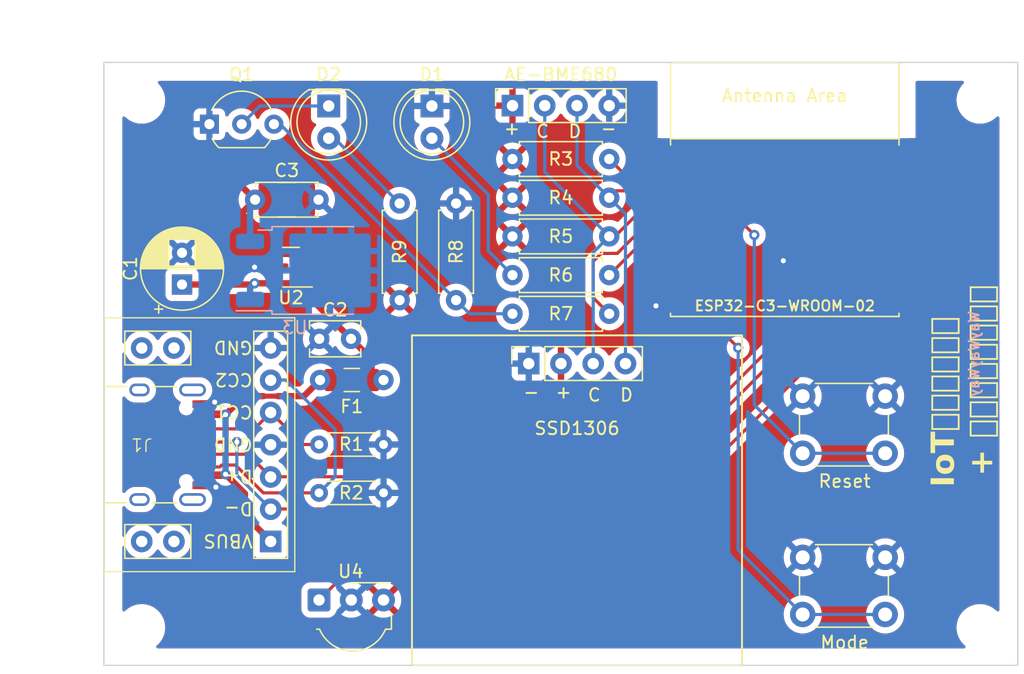
<source format=kicad_pcb>
(kicad_pcb (version 20221018) (generator pcbnew)
  (title_block (title "IoT環境メーター / スマートリモコン") (date "2024-03-02") (rev "2") (company "K.Takata"))
  (layers (0 "F.Cu" signal) (31 "B.Cu" signal) (34 "B.Paste" user) (35 "F.Paste" user) (36 "B.SilkS" user "B.Silkscreen") (37 "F.SilkS" user "F.Silkscreen") (38 "B.Mask" user) (39 "F.Mask" user) (44 "Edge.Cuts" user))
  (net 0 "")
  (net 1 "+5V")
  (net 2 "GND")
  (net 3 "+3.3V")
  (net 4 "Net-(D1-A)")
  (net 5 "Net-(F1-Pad1)")
  (net 6 "Net-(J1-CC1)")
  (net 7 "D+")
  (net 8 "D-")
  (net 10 "Net-(J1-CC2)")
  (net 12 "SCL")
  (net 13 "SDA")
  (net 14 "Net-(U1-GPIO7)")
  (net 15 "Net-(U1-GPIO9)")
  (net 16 "Net-(D2-K)")
  (net 18 "Net-(D2-A)")
  (net 25 "Net-(U1-EN{slash}CHIP_PU)")
  (net 27 "Net-(Q1-B)")
  (net 28 "IRout")
  (net 29 "IRin")
  (footprint "Resistor_THT:R_Axial_DIN0207_L6.3mm_D2.5mm_P7.62mm_Horizontal" (layer "F.Cu") (at 74.93 54.472 180)
    (fp_text reference "R7" (at 3.81 0) (layer "F.SilkS"))
    (fp_text value "680")
    (pad "1" thru_hole circle (at 0 0 180) (size 1.6 1.6) (drill 0.8) (layers "*.Cu" "*.Mask") (net 28 "IRout"))
    (pad "2" thru_hole oval (at 7.62 0 180) (size 1.6 1.6) (drill 0.8) (layers "*.Cu" "*.Mask") (net 27 "Net-(Q1-B)"))
  )
  (footprint "PCM_Espressif:ESP32-C3-WROOM-02" (layer "F.Cu") (at 88.76 47.683)
    (fp_text reference "U1" hide)
    (fp_text value "ESP32-C3-WROOM-02" (at 0 6.165) (layer "F.SilkS") (effects (font (size 0.8 0.8))))
    (fp_text user "Antenna Area" (at 0 -10.4) (layer "F.SilkS"))
    (pad "1" smd rect (at -8.75 -5.9) (size 1.5 0.9) (layers "F.Cu" "F.Paste" "F.Mask") (net 3 "+3.3V"))
    (pad "2" smd rect (at -8.75 -4.4) (size 1.5 0.9) (layers "F.Cu" "F.Paste" "F.Mask") (net 25 "Net-(U1-EN{slash}CHIP_PU)"))
    (pad "3" smd rect (at -8.75 -2.9) (size 1.5 0.9) (layers "F.Cu" "F.Paste" "F.Mask") (net 13 "SDA"))
    (pad "4" smd rect (at -8.75 -1.4) (size 1.5 0.9) (layers "F.Cu" "F.Paste" "F.Mask") (net 12 "SCL"))
    (pad "5" smd rect (at -8.75 0.1) (size 1.5 0.9) (layers "F.Cu" "F.Paste" "F.Mask") (net 28 "IRout"))
    (pad "6" smd rect (at -8.75 1.6) (size 1.5 0.9) (layers "F.Cu" "F.Paste" "F.Mask") (net 14 "Net-(U1-GPIO7)"))
    (pad "7" smd rect (at -8.75 3.1) (size 1.5 0.9) (layers "F.Cu" "F.Paste" "F.Mask"))
    (pad "8" smd rect (at -8.75 4.6) (size 1.5 0.9) (layers "F.Cu" "F.Paste" "F.Mask") (net 15 "Net-(U1-GPIO9)"))
    (pad "9" smd rect (at -8.75 6.1) (size 1.5 0.9) (layers "F.Cu" "F.Paste" "F.Mask") (net 2 "GND"))
    (pad "10" smd rect (at 8.75 6.1 180) (size 1.5 0.9) (layers "F.Cu" "F.Paste" "F.Mask") (net 29 "IRin"))
    (pad "11" smd rect (at 8.75 4.6 180) (size 1.5 0.9) (layers "F.Cu" "F.Paste" "F.Mask"))
    (pad "12" smd rect (at 8.75 3.1 180) (size 1.5 0.9) (layers "F.Cu" "F.Paste" "F.Mask"))
    (pad "13" smd rect (at 8.75 1.6 180) (size 1.5 0.9) (layers "F.Cu" "F.Paste" "F.Mask") (net 8 "D-"))
    (pad "14" smd rect (at 8.75 0.1 180) (size 1.5 0.9) (layers "F.Cu" "F.Paste" "F.Mask") (net 7 "D+"))
    (pad "15" smd rect (at 8.75 -1.4 180) (size 1.5 0.9) (layers "F.Cu" "F.Paste" "F.Mask"))
    (pad "16" smd rect (at 8.75 -2.9 180) (size 1.5 0.9) (layers "F.Cu" "F.Paste" "F.Mask"))
    (pad "17" smd rect (at 8.75 -4.4 180) (size 1.5 0.9) (layers "F.Cu" "F.Paste" "F.Mask"))
    (pad "18" smd rect (at 8.75 -5.9 180) (size 1.5 0.9) (layers "F.Cu" "F.Paste" "F.Mask"))
    (pad "19" smd rect (at -0.14 -0.8 180) (size 0.7 0.7) (layers "F.Cu" "F.Paste" "F.Mask") (net 2 "GND"))
    (pad "19" smd rect (at -0.14 0.3 180) (size 0.7 0.7) (layers "F.Cu" "F.Paste" "F.Mask") (net 2 "GND"))
    (pad "19" smd rect (at -0.14 1.4 180) (size 0.7 0.7) (layers "F.Cu" "F.Paste" "F.Mask") (net 2 "GND"))
    (pad "19" smd rect (at 0.91 -0.8 180) (size 0.7 0.7) (layers "F.Cu" "F.Paste" "F.Mask") (net 2 "GND"))
    (pad "19" smd rect (at 0.91 0.3 180) (size 0.7 0.7) (layers "F.Cu" "F.Paste" "F.Mask") (net 2 "GND"))
    (pad "19" smd rect (at 0.91 1.4 180) (size 0.7 0.7) (layers "F.Cu" "F.Paste" "F.Mask") (net 2 "GND"))
    (pad "19" smd rect (at 2.06 -0.8 180) (size 0.7 0.7) (layers "F.Cu" "F.Paste" "F.Mask") (net 2 "GND"))
    (pad "19" smd rect (at 2.06 0.3 180) (size 0.7 0.7) (layers "F.Cu" "F.Paste" "F.Mask") (net 2 "GND"))
    (pad "19" smd rect (at 2.06 1.4 180) (size 0.7 0.7) (layers "F.Cu" "F.Paste" "F.Mask") (net 2 "GND"))
    (zone (net 0) (net_name "") (layers "*.Cu") (name "antenna keepout") (connect_pads (clearance 0)) (min_thickness 0.254)
      (keepout (tracks not_allowed) (vias not_allowed) (pads not_allowed) (copperpour not_allowed) (footprints not_allowed))
      (fill (thermal_gap 0.508) (thermal_bridge_width 0.508))
      (polygon (pts (xy 97.76 40.683) (xy 79.76 40.683) (xy 79.76 34.683) (xy 97.76 34.683)))
    )
  )
  (footprint "Capacitor_THT:C_Disc_D4.3mm_W1.9mm_P5.00mm" (layer "F.Cu") (at 52.15 59.69)
    (fp_text reference "F2" hide)
    (fp_text value "Polyfuse")
    (pad "1" thru_hole circle (at 0 0) (size 1.6 1.6) (drill 0.8) (layers "*.Cu" "*.Mask") (net 5 "Net-(F1-Pad1)"))
    (pad "2" thru_hole circle (at 5 0) (size 1.6 1.6) (drill 0.8) (layers "*.Cu" "*.Mask") (net 1 "+5V"))
  )
  (footprint "MountingHole:MountingHole_3.2mm_M3" (layer "F.Cu") (at 104.14 79.19)
    (fp_text reference "H4" hide)
    (fp_text value "MountingHole" hide)
    (pad "" np_thru_hole circle (at 0 0) (size 3.2 3.2) (drill 3.2) (layers "*.Cu" "*.Mask"))
  )
  (footprint "Resistor_THT:R_Axial_DIN0207_L6.3mm_D2.5mm_P7.62mm_Horizontal" (layer "F.Cu") (at 62.865 53.398 90)
    (fp_text reference "R8" (at 3.81 0 90) (layer "F.SilkS"))
    (fp_text value "4.7k")
    (pad "1" thru_hole circle (at 0 0 90) (size 1.6 1.6) (drill 0.8) (layers "*.Cu" "*.Mask") (net 27 "Net-(Q1-B)"))
    (pad "2" thru_hole oval (at 7.62 0 90) (size 1.6 1.6) (drill 0.8) (layers "*.Cu" "*.Mask") (net 2 "GND"))
  )
  (footprint "Fuse:Fuse_1206_3216Metric_Pad1.42x1.75mm_HandSolder" (layer "F.Cu") (at 54.65 59.69)
    (fp_text reference "F1" (at 0 2.09) (layer "F.SilkS"))
    (fp_text value "Polyfuse_Small")
    (pad "1" smd roundrect (at -1.4875 0) (size 1.425 1.75) (layers "F.Cu" "F.Paste" "F.Mask") (roundrect_rratio 0.1754392982) (net 5 "Net-(F1-Pad1)"))
    (pad "2" smd roundrect (at 1.4875 0) (size 1.425 1.75) (layers "F.Cu" "F.Paste" "F.Mask") (roundrect_rratio 0.1754392982) (net 1 "+5V"))
  )
  (footprint "MountingHole:MountingHole_3.2mm_M3" (layer "F.Cu") (at 104.14 37.65)
    (fp_text reference "H2" hide)
    (fp_text value "MountingHole" hide)
    (pad "" np_thru_hole circle (at 0 0) (size 3.2 3.2) (drill 3.2) (layers "*.Cu" "*.Mask"))
  )
  (footprint "Resistor_THT:R_Axial_DIN0207_L6.3mm_D2.5mm_P7.62mm_Horizontal" (layer "F.Cu") (at 58.42 53.398 90)
    (fp_text reference "R9" (at 3.81 0 90) (layer "F.SilkS"))
    (fp_text value "5.1")
    (pad "1" thru_hole circle (at 0 0 90) (size 1.6 1.6) (drill 0.8) (layers "*.Cu" "*.Mask") (net 3 "+3.3V"))
    (pad "2" thru_hole oval (at 7.62 0 90) (size 1.6 1.6) (drill 0.8) (layers "*.Cu" "*.Mask") (net 18 "Net-(D2-A)"))
  )
  (footprint "Button_Switch_THT:SW_PUSH_6mm" (layer "F.Cu") (at 90.17 60.96)
    (fp_text reference "SW1" hide)
    (fp_text value "Reset" (at 3.302 6.7) (layer "F.SilkS"))
    (pad "1" thru_hole circle (at 0 0 90) (size 2 2) (drill 1.1) (layers "*.Cu" "*.Mask") (net 2 "GND"))
    (pad "1" thru_hole circle (at 6.5 0 90) (size 2 2) (drill 1.1) (layers "*.Cu" "*.Mask") (net 2 "GND"))
    (pad "2" thru_hole circle (at 0 4.5 90) (size 2 2) (drill 1.1) (layers "*.Cu" "*.Mask") (net 25 "Net-(U1-EN{slash}CHIP_PU)"))
    (pad "2" thru_hole circle (at 6.5 4.5 90) (size 2 2) (drill 1.1) (layers "*.Cu" "*.Mask") (net 25 "Net-(U1-EN{slash}CHIP_PU)"))
  )
  (footprint "mylib:Connector_USB_C_simple_combo" (layer "F.Cu") (at 48.26 72.408 180)
    (fp_text reference "J1" (at 10.16 7.62 180 unlocked) (layer "F.SilkS") (effects (font (thickness 0.1))))
    (fp_text value "USB_C_Receptacle_USB2.0_16P")
    (fp_text user "GND" (at 1.33 15.875 180 unlocked) (layer "F.SilkS") (effects (justify left bottom)))
    (fp_text user "CC2" (at 1.33 13.335 180 unlocked) (layer "F.SilkS") (effects (justify left bottom)))
    (fp_text user "GND" (at 1.33 8.255 180 unlocked) (layer "F.SilkS") (effects (justify left bottom)))
    (fp_text user "D+" (at 1.33 5.715 180 unlocked) (layer "F.SilkS") (effects (justify left bottom)))
    (fp_text user "D-" (at 1.33 3.175 180 unlocked) (layer "F.SilkS") (effects (justify left bottom)))
    (fp_text user "VBUS" (at 1.33 0.635 180 unlocked) (layer "F.SilkS") (effects (justify left bottom)))
    (fp_text user "CC1" (at 1.33 10.795 180 unlocked) (layer "F.SilkS") (effects (justify left bottom)))
    (pad "" np_thru_hole circle (at 6.6545 4.73 270) (size 0.65 0.65) (drill 0.65) (layers "F&B.Cu" "*.Mask"))
    (pad "" np_thru_hole circle (at 6.6545 10.51 270) (size 0.65 0.65) (drill 0.65) (layers "F&B.Cu" "*.Mask"))
    (pad "" thru_hole oval (at 7.62 0 90) (size 1.7 1.7) (drill 0.9) (layers "*.Cu" "*.Mask"))
    (pad "" thru_hole oval (at 7.62 15.24 90) (size 1.7 1.7) (drill 0.9) (layers "*.Cu" "*.Mask"))
    (pad "" thru_hole oval (at 10.16 0 90) (size 1.7 1.7) (drill 0.9) (layers "*.Cu" "*.Mask"))
    (pad "" thru_hole oval (at 10.16 15.24 90) (size 1.7 1.7) (drill 0.9) (layers "*.Cu" "*.Mask"))
    (pad "A1" thru_hole oval (at 0 7.62 180) (size 1.7 1.7) (drill 0.9) (layers "*.Cu" "*.Mask") (net 2 "GND"))
    (pad "A1" smd rect (at 5.5895 10.97 270) (size 0.3 1.15) (layers "F.Cu" "F.Paste" "F.Mask") (net 2 "GND"))
    (pad "A4" thru_hole rect (at 0 0 180) (size 1.7 1.7) (drill 0.9) (layers "*.Cu" "*.Mask") (net 5 "Net-(F1-Pad1)"))
    (pad "A4" smd rect (at 5.5895 10.17 270) (size 0.3 1.15) (layers "F.Cu" "F.Paste" "F.Mask") (net 5 "Net-(F1-Pad1)"))
    (pad "A5" thru_hole oval (at 0 10.16 180) (size 1.7 1.7) (drill 0.9) (layers "*.Cu" "*.Mask") (net 6 "Net-(J1-CC1)"))
    (pad "A5" smd rect (at 5.5895 8.87 270) (size 0.3 1.15) (layers "F.Cu" "F.Paste" "F.Mask") (net 6 "Net-(J1-CC1)"))
    (pad "A6" thru_hole oval (at 0 5.08 180) (size 1.7 1.7) (drill 0.9) (layers "*.Cu" "*.Mask") (net 7 "D+"))
    (pad "A6" smd rect (at 5.5895 7.87 270) (size 0.3 1.15) (layers "F.Cu" "F.Paste" "F.Mask") (net 7 "D+"))
    (pad "A7" thru_hole oval (at 0 2.54 180) (size 1.7 1.7) (drill 0.9) (layers "*.Cu" "*.Mask") (net 8 "D-"))
    (pad "A7" smd rect (at 5.5895 7.37 270) (size 0.3 1.15) (layers "F.Cu" "F.Paste" "F.Mask") (net 8 "D-"))
    (pad "A8" smd rect (at 5.5895 6.37 270) (size 0.3 1.15) (layers "F.Cu" "F.Paste" "F.Mask"))
    (pad "A9" smd rect (at 5.5895 5.07 270) (size 0.3 1.15) (layers "F.Cu" "F.Paste" "F.Mask") (net 5 "Net-(F1-Pad1)"))
    (pad "A12" thru_hole oval (at 0 15.24 180) (size 1.7 1.7) (drill 0.9) (layers "*.Cu" "*.Mask") (net 2 "GND"))
    (pad "A12" smd rect (at 5.5895 4.27 270) (size 0.3 1.15) (layers "F.Cu" "F.Paste" "F.Mask") (net 2 "GND"))
    (pad "B1" smd rect (at 5.5895 4.57 270) (size 0.3 1.15) (layers "F.Cu" "F.Paste" "F.Mask") (net 2 "GND"))
    (pad "B4" smd rect (at 5.5895 5.37 270) (size 0.3 1.15) (layers "F.Cu" "F.Paste" "F.Mask") (net 5 "Net-(F1-Pad1)"))
    (pad "B5" thru_hole oval (at 0 12.7 180) (size 1.7 1.7) (drill 0.9) (layers "*.Cu" "*.Mask") (net 10 "Net-(J1-CC2)"))
    (pad "B5" smd rect (at 5.5895 5.87 270) (size 0.3 1.15) (layers "F.Cu" "F.Paste" "F.Mask") (net 10 "Net-(J1-CC2)"))
    (pad "B6" smd rect (at 5.5895 6.87 270) (size 0.3 1.15) (layers "F.Cu" "F.Paste" "F.Mask") (net 7 "D+"))
    (pad "B7" smd rect (at 5.5895 8.37 270) (size 0.3 1.15) (layers "F.Cu" "F.Paste" "F.Mask") (net 8 "D-"))
    (pad "B8" smd rect (at 5.5895 9.37 270) (size 0.3 1.15) (layers "F.Cu" "F.Paste" "F.Mask"))
    (pad "B9" smd rect (at 5.5895 9.87 270) (size 0.3 1.15) (layers "F.Cu" "F.Paste" "F.Mask") (net 5 "Net-(F1-Pad1)"))
    (pad "B12" smd rect (at 5.5895 10.67 270) (size 0.3 1.15) (layers "F.Cu" "F.Paste" "F.Mask") (net 2 "GND"))
    (pad "S1" thru_hole oval (at 6.1545 3.3 270) (size 1 2.1) (drill oval 0.6 1.7) (layers "*.Cu" "*.Mask"))
    (pad "S1" thru_hole oval (at 6.1545 11.94 270) (size 1 2.1) (drill oval 0.6 1.7) (layers "*.Cu" "*.Mask"))
    (pad "S1" thru_hole oval (at 10.3345 3.3 270) (size 1 1.6) (drill oval 0.6 1.2) (layers "*.Cu" "*.Mask"))
    (pad "S1" thru_hole oval (at 10.3345 11.94 270) (size 1 1.6) (drill oval 0.6 1.2) (layers "*.Cu" "*.Mask"))
  )
  (footprint "Connector_PinSocket_2.54mm:PinSocket_1x04_P2.54mm_Vertical" (layer "F.Cu") (at 67.31 38.075 90)
    (fp_text reference "J3" hide)
    (fp_text value "AE-BME680" (at 2.457 3.8 180) (layer "F.SilkS"))
    (pad "1" thru_hole rect (at 0 0 90) (size 1.7 1.7) (drill 0.9) (layers "*.Cu" "*.Mask") (net 3 "+3.3V"))
    (pad "2" thru_hole oval (at 0 2.54 90) (size 1.7 1.7) (drill 0.9) (layers "*.Cu" "*.Mask") (net 12 "SCL"))
    (pad "3" thru_hole oval (at 0 5.08 90) (size 1.7 1.7) (drill 0.9) (layers "*.Cu" "*.Mask") (net 13 "SDA"))
    (pad "4" thru_hole oval (at 0 7.62 90) (size 1.7 1.7) (drill 0.9) (layers "*.Cu" "*.Mask") (net 2 "GND"))
  )
  (footprint "Capacitor_THT:CP_Radial_D6.3mm_P2.50mm" (layer "F.Cu") (at 41.275 52.16738 90)
    (fp_text reference "C1" (at 1.25 -4.064 90) (layer "F.SilkS"))
    (fp_text value "100μ")
    (pad "1" thru_hole rect (at 0 0 90) (size 1.6 1.6) (drill 0.8) (layers "*.Cu" "*.Mask") (net 1 "+5V"))
    (pad "2" thru_hole circle (at 2.5 0 90) (size 1.6 1.6) (drill 0.8) (layers "*.Cu" "*.Mask") (net 2 "GND"))
  )
  (footprint "Button_Switch_THT:SW_PUSH_6mm" (layer "F.Cu") (at 90.17 73.66)
    (fp_text reference "SW2" hide)
    (fp_text value "Mode" (at 3.302 6.7) (layer "F.SilkS"))
    (pad "1" thru_hole circle (at 0 0 90) (size 2 2) (drill 1.1) (layers "*.Cu" "*.Mask") (net 2 "GND"))
    (pad "1" thru_hole circle (at 6.5 0 90) (size 2 2) (drill 1.1) (layers "*.Cu" "*.Mask") (net 2 "GND"))
    (pad "2" thru_hole circle (at 0 4.5 90) (size 2 2) (drill 1.1) (layers "*.Cu" "*.Mask") (net 15 "Net-(U1-GPIO9)"))
    (pad "2" thru_hole circle (at 6.5 4.5 90) (size 2 2) (drill 1.1) (layers "*.Cu" "*.Mask") (net 15 "Net-(U1-GPIO9)"))
  )
  (footprint "Resistor_THT:R_Axial_DIN0204_L3.6mm_D1.6mm_P5.08mm_Horizontal" (layer "F.Cu") (at 52.07 64.77)
    (fp_text reference "R1" (at 2.54 -0.025) (layer "F.SilkS"))
    (fp_text value "5.1k")
    (pad "1" thru_hole circle (at 0 0) (size 1.4 1.4) (drill 0.7) (layers "*.Cu" "*.Mask") (net 6 "Net-(J1-CC1)"))
    (pad "2" thru_hole oval (at 5.08 0) (size 1.4 1.4) (drill 0.7) (layers "*.Cu" "*.Mask") (net 2 "GND"))
  )
  (footprint "LED_THT:LED_D5.0mm_IRGrey" (layer "F.Cu") (at 52.832 38.1 -90)
    (fp_text reference "D2" (at -2.482 0 -180) (layer "F.SilkS"))
    (fp_text value "LED")
    (pad "1" thru_hole rect (at 0 0 270) (size 1.8 1.8) (drill 0.9) (layers "*.Cu" "*.Mask") (net 16 "Net-(D2-K)"))
    (pad "2" thru_hole circle (at 2.54 0 270) (size 1.8 1.8) (drill 0.9) (layers "*.Cu" "*.Mask") (net 18 "Net-(D2-A)"))
  )
  (footprint "LED_THT:LED_D5.0mm" (layer "F.Cu") (at 60.96 38.1 -90)
    (fp_text reference "D1" (at -2.482 0 -180) (layer "F.SilkS"))
    (fp_text value "LED")
    (pad "1" thru_hole rect (at 0 0 270) (size 1.8 1.8) (drill 0.9) (layers "*.Cu" "*.Mask") (net 2 "GND"))
    (pad "2" thru_hole circle (at 2.54 0 270) (size 1.8 1.8) (drill 0.9) (layers "*.Cu" "*.Mask") (net 4 "Net-(D1-A)"))
  )
  (footprint "Resistor_THT:R_Axial_DIN0204_L3.6mm_D1.6mm_P5.08mm_Horizontal" (layer "F.Cu") (at 52.07 68.58)
    (fp_text reference "R2" (at 2.54 0) (layer "F.SilkS"))
    (fp_text value "5.1k")
    (pad "1" thru_hole circle (at 0 0) (size 1.4 1.4) (drill 0.7) (layers "*.Cu" "*.Mask") (net 10 "Net-(J1-CC2)"))
    (pad "2" thru_hole oval (at 5.08 0) (size 1.4 1.4) (drill 0.7) (layers "*.Cu" "*.Mask") (net 2 "GND"))
  )
  (footprint "Capacitor_THT:C_Disc_D3.8mm_W2.6mm_P2.50mm" (layer "F.Cu") (at 54.59 56.446 180)
    (fp_text reference "C2" (at 1.25 2.286) (layer "F.SilkS"))
    (fp_text value "1μ")
    (pad "1" thru_hole circle (at 0 0 180) (size 1.6 1.6) (drill 0.8) (layers "*.Cu" "*.Mask") (net 1 "+5V"))
    (pad "2" thru_hole circle (at 2.5 0 180) (size 1.6 1.6) (drill 0.8) (layers "*.Cu" "*.Mask") (net 2 "GND"))
  )
  (footprint "Resistor_THT:R_Axial_DIN0207_L6.3mm_D2.5mm_P7.62mm_Horizontal" (layer "F.Cu") (at 74.93 51.424 180)
    (fp_text reference "R6" (at 3.81 0) (layer "F.SilkS"))
    (fp_text value "10k")
    (pad "1" thru_hole circle (at 0 0 180) (size 1.6 1.6) (drill 0.8) (layers "*.Cu" "*.Mask") (net 14 "Net-(U1-GPIO7)"))
    (pad "2" thru_hole oval (at 7.62 0 180) (size 1.6 1.6) (drill 0.8) (layers "*.Cu" "*.Mask") (net 4 "Net-(D1-A)"))
  )
  (footprint "OptoDevice:Vishay_MOLD-3Pin" (layer "F.Cu") (at 52.07 77.02)
    (fp_text reference "U4" (at 2.5 -2.25 180) (layer "F.SilkS"))
    (fp_text value "OSRB38C9AA")
    (pad "1" thru_hole roundrect (at 0 0) (size 1.8 1.8) (drill 0.9) (layers "*.Cu" "*.Mask") (roundrect_rratio 0.138) (net 29 "IRin"))
    (pad "2" thru_hole circle (at 2.54 0) (size 1.8 1.8) (drill 0.9) (layers "*.Cu" "*.Mask") (net 2 "GND"))
    (pad "3" thru_hole circle (at 5.08 0) (size 1.8 1.8) (drill 0.9) (layers "*.Cu" "*.Mask") (net 3 "+3.3V"))
  )
  (footprint "Connector_PinSocket_2.54mm:PinSocket_1x04_P2.54mm_Vertical" (layer "F.Cu") (at 68.59 58.395 90)
    (fp_text reference "J4" hide)
    (fp_text value "SSD1306" (at -5.105 3.8 180) (layer "F.SilkS"))
    (pad "1" thru_hole rect (at 0 0 90) (size 1.7 1.7) (drill 0.9) (layers "*.Cu" "*.Mask") (net 2 "GND"))
    (pad "2" thru_hole oval (at 0 2.54 90) (size 1.7 1.7) (drill 0.9) (layers "*.Cu" "*.Mask") (net 3 "+3.3V"))
    (pad "3" thru_hole oval (at 0 5.08 90) (size 1.7 1.7) (drill 0.9) (layers "*.Cu" "*.Mask") (net 12 "SCL"))
    (pad "4" thru_hole oval (at 0 7.62 90) (size 1.7 1.7) (drill 0.9) (layers "*.Cu" "*.Mask") (net 13 "SDA"))
  )
  (footprint "MountingHole:MountingHole_3.2mm_M3" (layer "F.Cu") (at 38.1 37.65)
    (fp_text reference "H1" hide)
    (fp_text value "MountingHole" hide)
    (pad "" np_thru_hole circle (at 0 0) (size 3.2 3.2) (drill 3.2) (layers "*.Cu" "*.Mask"))
  )
  (footprint "Resistor_THT:R_Axial_DIN0207_L6.3mm_D2.5mm_P7.62mm_Horizontal" (layer "F.Cu") (at 67.31 45.328)
    (fp_text reference "R4" (at 3.81 0) (layer "F.SilkS"))
    (fp_text value "10k")
    (pad "1" thru_hole circle (at 0 0) (size 1.6 1.6) (drill 0.8) (layers "*.Cu" "*.Mask") (net 3 "+3.3V"))
    (pad "2" thru_hole oval (at 7.62 0) (size 1.6 1.6) (drill 0.8) (layers "*.Cu" "*.Mask") (net 13 "SDA"))
  )
  (footprint "MountingHole:MountingHole_3.2mm_M3" (layer "F.Cu") (at 38.1 79.19)
    (fp_text reference "H3" hide)
    (fp_text value "MountingHole" hide)
    (pad "" np_thru_hole circle (at 0 0) (size 3.2 3.2) (drill 3.2) (layers "*.Cu" "*.Mask"))
  )
  (footprint "Capacitor_THT:C_Disc_D4.7mm_W2.5mm_P5.00mm" (layer "F.Cu") (at 47.03 45.484)
    (fp_text reference "C4" hide)
    (fp_text value "10μ")
    (pad "1" thru_hole circle (at 0 0) (size 1.6 1.6) (drill 0.8) (layers "*.Cu" "*.Mask") (net 3 "+3.3V"))
    (pad "2" thru_hole circle (at 5 0) (size 1.6 1.6) (drill 0.8) (layers "*.Cu" "*.Mask") (net 2 "GND"))
  )
  (footprint "Package_TO_SOT_THT:TO-92_Inline_Wide" (layer "F.Cu") (at 43.434 39.534)
    (fp_text reference "Q1" (at 2.54 -3.916) (layer "F.SilkS"))
    (fp_text value "2SC2001")
    (pad "1" thru_hole rect (at 0 0) (size 1.5 1.5) (drill 0.8) (layers "*.Cu" "*.Mask") (net 2 "GND"))
    (pad "2" thru_hole circle (at 2.54 0) (size 1.5 1.5) (drill 0.8) (layers "*.Cu" "*.Mask") (net 16 "Net-(D2-K)"))
    (pad "3" thru_hole circle (at 5.08 0) (size 1.5 1.5) (drill 0.8) (layers "*.Cu" "*.Mask") (net 27 "Net-(Q1-B)"))
  )
  (footprint "Package_TO_SOT_SMD:SOT-23" (layer "F.Cu") (at 49.8625 50.8 180)
    (fp_text reference "U2" (at 0 -2.4) (layer "F.SilkS"))
    (fp_text value "AP7333-33SAG")
    (pad "1" smd roundrect (at -0.9375 -0.95 180) (size 1.475 0.6) (layers "F.Cu" "F.Paste" "F.Mask") (net 1 "+5V"))
    (pad "2" smd roundrect (at -0.9375 0.95 180) (size 1.475 0.6) (layers "F.Cu" "F.Paste" "F.Mask") (net 3 "+3.3V"))
    (pad "3" smd roundrect (at 0.9375 0 180) (size 1.475 0.6) (layers "F.Cu" "F.Paste" "F.Mask") (net 2 "GND"))
  )
  (footprint "Resistor_THT:R_Axial_DIN0207_L6.3mm_D2.5mm_P7.62mm_Horizontal" (layer "F.Cu") (at 67.31 48.376)
    (fp_text reference "R5" (at 3.81 0) (layer "F.SilkS"))
    (fp_text value "10k")
    (pad "1" thru_hole circle (at 0 0) (size 1.6 1.6) (drill 0.8) (layers "*.Cu" "*.Mask") (net 3 "+3.3V"))
    (pad "2" thru_hole oval (at 7.62 0) (size 1.6 1.6) (drill 0.8) (layers "*.Cu" "*.Mask") (net 12 "SCL"))
  )
  (footprint "Capacitor_SMD:C_1210_3225Metric_Pad1.33x2.70mm_HandSolder" (layer "F.Cu") (at 49.53 45.484)
    (fp_text reference "C3" (at 0 -2.3) (layer "F.SilkS"))
    (fp_text value "10μ")
    (pad "1" smd roundrect (at -1.5625 0) (size 1.325 2.7) (layers "F.Cu" "F.Paste" "F.Mask") (roundrect_rratio 0.1886792453) (net 3 "+3.3V"))
    (pad "2" smd roundrect (at 1.5625 0) (size 1.325 2.7) (layers "F.Cu" "F.Paste" "F.Mask") (roundrect_rratio 0.1886792453) (net 2 "GND"))
  )
  (footprint "Resistor_THT:R_Axial_DIN0207_L6.3mm_D2.5mm_P7.62mm_Horizontal" (layer "F.Cu") (at 67.31 42.28)
    (fp_text reference "R3" (at 3.81 0) (layer "F.SilkS"))
    (fp_text value "10k")
    (pad "1" thru_hole circle (at 0 0) (size 1.6 1.6) (drill 0.8) (layers "*.Cu" "*.Mask") (net 3 "+3.3V"))
    (pad "2" thru_hole oval (at 7.62 0) (size 1.6 1.6) (drill 0.8) (layers "*.Cu" "*.Mask") (net 25 "Net-(U1-EN{slash}CHIP_PU)"))
  )
  (footprint "Package_TO_SOT_SMD:TO-252-2" (layer "B.Cu") (at 51.675 51.055)
    (fp_text reference "U3" (at -1.51 4.5) (layer "B.SilkS") (effects (justify mirror)))
    (fp_text value "NJM2845DL1-33")
    (pad "1" smd roundrect (at -5.04 2.28) (size 2.2 1.2) (layers "B.Cu" "B.Paste" "B.Mask") (roundrect_rratio 0.2083333333) (net 1 "+5V"))
    (pad "2" smd roundrect (at -0.415 -1.525) (size 3.05 2.75) (layers "B.Cu" "B.Paste") (roundrect_rratio 0.09090909091) (net 2 "GND"))
    (pad "2" smd roundrect (at -0.415 1.525) (size 3.05 2.75) (layers "B.Cu" "B.Paste") (roundrect_rratio 0.09090909091) (net 2 "GND"))
    (pad "2" smd roundrect (at 1.26 0) (size 6.4 5.8) (layers "B.Cu" "B.Mask") (roundrect_rratio 0.04310293103) (net 2 "GND"))
    (pad "2" smd roundrect (at 2.935 -1.525) (size 3.05 2.75) (layers "B.Cu" "B.Paste") (roundrect_rratio 0.09090909091) (net 2 "GND"))
    (pad "2" smd roundrect (at 2.935 1.525) (size 3.05 2.75) (layers "B.Cu" "B.Paste") (roundrect_rratio 0.09090909091) (net 2 "GND"))
    (pad "3" smd roundrect (at -5.04 -2.28) (size 2.2 1.2) (layers "B.Cu" "B.Paste" "B.Mask") (roundrect_rratio 0.2083333333) (net 3 "+3.3V"))
  )
  (gr_rect (start 59.39 56.17) (end 85.39 82.17) (stroke (width 0.15)) (fill none) (layer "F.SilkS"))
  (gr_rect (start 35.12 34.67) (end 107.12 82.17) (stroke (width 0.1)) (fill none) (layer "Edge.Cuts"))
  (gr_text "WayWayWay" (at 104.14 54.16 90) (layer "B.SilkS") (effects (font (size 0.8 0.8)) (justify left bottom mirror)))
  (gr_text "-" (at 68.072 60.198 180) (layer "F.SilkS") (effects (font (size 1 1)) (justify left bottom mirror)))
  (gr_text "C" (at 69.088 39.428 180) (layer "F.SilkS") (effects (font (size 1 1)) (justify left bottom mirror)))
  (gr_text "+" (at 70.612 60.198 180) (layer "F.SilkS") (effects (font (size 1 1)) (justify left bottom mirror)))
  (gr_text "D" (at 75.692 60.198 180) (layer "F.SilkS") (effects (font (size 1 1)) (justify left bottom mirror)))
  (gr_text "+" (at 66.548 39.428 180) (layer "F.SilkS") (effects (font (size 1 1)) (justify left bottom mirror)))
  (gr_text "-" (at 74.168 39.428 180) (layer "F.SilkS") (effects (font (size 1 1)) (justify left bottom mirror)))
  (gr_text "IoT環境メーター\n + スマートリモコン" (at 105.41 68.13 90) (layer "F.SilkS") (effects (font (size 1.8 1.8) (thickness 0.36) bold) (justify left bottom)))
  (gr_text "D" (at 71.628 39.428 180) (layer "F.SilkS") (effects (font (size 1 1)) (justify left bottom mirror)))
  (gr_text "C" (at 73.152 60.198 180) (layer "F.SilkS") (effects (font (size 1 1)) (justify left bottom mirror)))
  (segment (start 54.59 56.446) (end 54.61 56.426) (width 0.5) (layer "F.Cu") (net 1))
  (segment (start 50.48 52.07) (end 50.8 51.75) (width 0.5) (layer "F.Cu") (net 1))
  (segment (start 50.8 51.75) (end 50.5 52.05) (width 0.25) (layer "F.Cu") (net 1))
  (segment (start 46.99 52.07) (end 46.89262 52.16738) (width 0.5) (layer "F.Cu") (net 1))
  (segment (start 56.2125 59.69) (end 56.2125 58.0685) (width 0.5) (layer "F.Cu") (net 1))
  (segment (start 46.99 52.07) (end 50.48 52.07) (width 0.5) (layer "F.Cu") (net 1))
  (segment (start 46.89262 52.16738) (end 41.275 52.16738) (width 0.5) (layer "F.Cu") (net 1))
  (segment (start 50.8 52.656) (end 50.8 51.75) (width 0.5) (layer "F.Cu") (net 1))
  (segment (start 56.2125 58.0685) (end 54.59 56.446) (width 0.5) (layer "F.Cu") (net 1))
  (segment (start 54.59 56.446) (end 50.8 52.656) (width 0.5) (layer "F.Cu") (net 1))
  (via (at 46.99 52.07) (size 0.8) (drill 0.4) (layers "F.Cu" "B.Cu") (net 1))
  (segment (start 46.635 53.335) (end 46.635 52.425) (width 0.5) (layer "B.Cu") (net 1))
  (segment (start 46.635 52.425) (end 46.99 52.07) (width 0.5) (layer "B.Cu") (net 1))
  (segment (start 48.925 50.8) (end 46.99 50.8) (width 0.5) (layer "F.Cu") (net 2))
  (segment (start 88.62 46.883) (end 88.62 49.083) (width 0.25) (layer "F.Cu") (net 2))
  (segment (start 90.82 46.883) (end 90.82 49.083) (width 0.25) (layer "F.Cu") (net 2))
  (segment (start 42.6705 61.738) (end 43.542 61.738) (width 0.3) (layer "F.Cu") (net 2))
  (segment (start 88.62 46.883) (end 90.82 46.883) (width 0.25) (layer "F.Cu") (net 2))
  (segment (start 42.6705 68.138) (end 43.934 68.138) (width 0.3) (layer "F.Cu") (net 2))
  (segment (start 88.62 50.266) (end 88.646 50.292) (width 0.25) (layer "F.Cu") (net 2))
  (segment (start 88.62 47.983) (end 90.82 47.983) (width 0.25) (layer "F.Cu") (net 2))
  (segment (start 78.678 53.783) (end 78.613 53.848) (width 0.25) (layer "F.Cu") (net 2))
  (segment (start 42.6705 61.438) (end 43.842 61.438) (width 0.3) (layer "F.Cu") (net 2))
  (segment (start 88.62 49.083) (end 90.82 49.083) (width 0.25) (layer "F.Cu") (net 2))
  (segment (start 80.01 53.783) (end 78.678 53.783) (width 0.5) (layer "F.Cu") (net 2))
  (segment (start 88.62 49.083) (end 88.62 50.266) (width 0.25) (layer "F.Cu") (net 2))
  (segment (start 42.6705 67.838) (end 43.65 67.838) (width 0.3) (layer "F.Cu") (net 2))
  (segment (start 89.67 46.883) (end 89.67 49.083) (width 0.25) (layer "F.Cu") (net 2))
  (via (at 46.99 50.8) (size 0.8) (drill 0.4) (layers "F.Cu" "B.Cu") (net 2))
  (via (at 43.942 68.13) (size 0.8) (drill 0.4) (layers "F.Cu" "B.Cu") (net 2))
  (via (at 88.646 50.292) (size 0.8) (drill 0.4) (layers "F.Cu" "B.Cu") (net 2))
  (via (at 43.848 61.432) (size 0.8) (drill 0.4) (layers "F.Cu" "B.Cu") (net 2))
  (via (at 78.613 53.848) (size 0.8) (drill 0.4) (layers "F.Cu" "B.Cu") (net 2))
  (segment (start 100.33 64.62) (end 100.33 70.035) (width 0.25) (layer "B.Cu") (net 2))
  (segment (start 81.28 51.181) (end 78.613 53.848) (width 0.25) (layer "B.Cu") (net 2))
  (segment (start 43.13238 47.81) (end 43.18 47.81) (width 0.25) (layer "B.Cu") (net 2))
  (segment (start 57.15 71.12) (end 50.8 71.12) (width 0.25) (layer "B.Cu") (net 2))
  (segment (start 52.03 45.484) (end 52.935 46.389) (width 0.25) (layer "B.Cu") (net 2))
  (segment (start 88.646 50.292) (end 88.646 59.436) (width 0.25) (layer "B.Cu") (net 2))
  (segment (start 57.15 38.92) (end 57.97 38.1) (width 0.25) (layer "B.Cu") (net 2))
  (segment (start 75.75 40.19) (end 81.28 45.72) (width 0.25) (layer "B.Cu") (net 2))
  (segment (start 57.15 41.46) (end 57.15 38.92) (width 0.25) (layer "B.Cu") (net 2))
  (segment (start 44.45 36.38) (end 43.434 37.396) (width 0.25) (layer "B.Cu") (net 2))
  (segment (start 41.275 49.66738) (end 43.13238 47.81) (width 0.25) (layer "B.Cu") (net 2))
  (segment (start 66.04 58.42) (end 66.04 58.395) (width 0.25) (layer "B.Cu") (net 2))
  (segment (start 86.36 45.72) (end 88.646 48.006) (width 0.25) (layer "B.Cu") (net 2))
  (segment (start 59.69 64.77) (end 66.04 58.42) (width 0.25) (layer "B.Cu") (net 2))
  (segment (start 50.165 65.405) (end 49.53 64.77) (width 0.25) (layer "B.Cu") (net 2))
  (segment (start 91.498 62.288) (end 95.342 62.288) (width 0.25) (layer "B.Cu") (net 2))
  (segment (start 95.342 62.288) (end 96.67 60.96) (width 0.25) (layer "B.Cu") (net 2))
  (segment (start 62.865 45.778) (end 61.468 45.778) (width 0.25) (layer "B.Cu") (net 2))
  (segment (start 57.97 38.1) (end 57.97 37.835) (width 0.25) (layer "B.Cu") (net 2))
  (segment (start 43.434 37.396) (end 43.434 39.534) (width 0.25) (layer "B.Cu") (net 2))
  (segment (start 44.45 50.35) (end 44.45 58.605) (width 0.25) (layer "B.Cu") (net 2))
  (segment (start 88.646 48.006) (end 88.646 50.292) (width 0.25) (layer "B.Cu") (net 2))
  (segment (start 48.26 55.43) (end 48.26 57.15) (width 0.25) (layer "B.Cu") (net 2))
  (segment (start 57.15 68.58) (end 57.15 71.12) (width 0.25) (layer "B.Cu") (net 2))
  (segment (start 44.45 59.69) (end 44.45 60.83) (width 0.25) (layer "B.Cu") (net 2))
  (segment (start 50.8 71.12) (end 50.8 69.85) (width 0.25) (layer "B.Cu") (net 2))
  (segment (start 43.434 44) (end 43.18 44.254) (width 0.25) (layer "B.Cu") (net 2))
  (segment (start 48.26 57.15) (end 46.99 57.15) (width 0.25) (layer "B.Cu") (net 2))
  (segment (start 81.28 45.72) (end 86.36 45.72) (width 0.25) (layer "B.Cu") (net 2))
  (segment (start 52.935 46.389) (end 52.935 51.055) (width 0.25) (layer "B.Cu") (net 2))
  (segment (start 44.45 58.605) (end 44.9925 59.1475) (width 0.25) (layer "B.Cu") (net 2))
  (segment (start 51.074 55.43) (end 48.26 55.43) (width 0.25) (layer "B.Cu") (net 2))
  (segment (start 44.45 60.83) (end 43.848 61.432) (width 0.25) (layer "B.Cu") (net 2))
  (segment (start 74.93 39.936) (end 75.184 40.19) (width 0.25) (layer "B.Cu") (net 2))
  (segment (start 52.09 56.446) (end 51.074 55.43) (width 0.25) (layer "B.Cu") (net 2))
  (segment (start 52.03 48.76) (end 51.26 49.53) (width 0.25) (layer "B.Cu") (net 2))
  (segment (start 81.28 45.72) (end 81.28 51.181) (width 0.25) (layer "B.Cu") (net 2))
  (segment (start 50.165 69.215) (end 50.165 65.405) (width 0.25) (layer "B.Cu") (net 2))
  (segment (start 46.99 57.15) (end 44.9925 59.1475) (width 0.25) (layer "B.Cu") (net 2))
  (segment (start 60.96 38.1) (end 57.97 38.1) (width 0.25) (layer "B.Cu") (net 2))
  (segment (start 48.26 64.77) (end 49.53 64.77) (width 0.25) (layer "B.Cu") (net 2))
  (segment (start 61.468 45.778) (end 57.15 41.46) (width 0.25) (layer "B.Cu") (net 2))
  (segment (start 44.9925 59.1475) (end 44.45 59.69) (width 0.25) (layer "B.Cu") (net 2))
  (segment (start 90.17 60.96) (end 91.498 62.288) (width 0.25) (layer "B.Cu") (net 2))
  (segment (start 43.18 49.08) (end 44.45 50.35) (width 0.25) (layer "B.Cu") (net 2))
  (segment (start 88.646 59.436) (end 90.17 60.96) (width 0.25) (layer "B.Cu") (net 2))
  (segment (start 43.18 47.81) (end 43.18 49.08) (width 0.25) (layer "B.Cu") (net 2))
  (segment (start 96.67 60.96) (end 100.33 64.62) (width 0.25) (layer "B.Cu") (net 2))
  (segment (start 43.434 39.534) (end 43.434 44) (width 0.25) (layer "B.Cu") (net 2))
  (segment (start 57.97 37.835) (end 56.515 36.38) (width 0.25) (layer "B.Cu") (net 2))
  (segment (start 57.15 64.77) (end 57.15 68.58) (width 0.25) (layer "B.Cu") (net 2))
  (segment (start 56.515 36.38) (end 44.45 36.38) (width 0.25) (layer "B.Cu") (net 2))
  (segment (start 96.67 73.66) (end 100.295 70.035) (width 0.25) (layer "B.Cu") (net 2))
  (segment (start 100.295 70.035) (end 100.33 70.035) (width 0.25) (layer "B.Cu") (net 2))
  (segment (start 50.8 69.85) (end 50.165 69.215) (width 0.25) (layer "B.Cu") (net 2))
  (segment (start 66.04 58.395) (end 68.59 58.395) (width 0.25) (layer "B.Cu") (net 2))
  (segment (start 43.18 47.81) (end 43.18 44.254) (width 0.25) (layer "B.Cu") (net 2))
  (segment (start 57.15 64.77) (end 59.69 64.77) (width 0.25) (layer "B.Cu") (net 2))
  (segment (start 75.184 40.19) (end 75.75 40.19) (width 0.25) (layer "B.Cu") (net 2))
  (segment (start 74.93 38.075) (end 74.93 39.936) (width 0.25) (layer "B.Cu") (net 2))
  (segment (start 77.793 41.783) (end 76.2 40.19) (width 0.25) (layer "F.Cu") (net 3))
  (segment (start 68.58 43.55) (end 68.58 44.058) (width 0.25) (layer "F.Cu") (net 3))
  (segment (start 67.31 40.19) (end 67.31 38.075) (width 0.25) (layer "F.Cu") (net 3))
  (segment (start 67.31 48.376) (end 71.13 52.196) (width 0.25) (layer "F.Cu") (net 3))
  (segment (start 76.2 40.19) (end 69.215 40.19) (width 0.25) (layer "F.Cu") (net 3))
  (segment (start 50.8 48.26) (end 49.21 48.26) (width 0.25) (layer "F.Cu") (net 3))
  (segment (start 69.215 40.19) (end 67.31 40.19) (width 0.25) (layer "F.Cu") (net 3))
  (segment (start 68.511 46.529) (end 67.31 45.328) (width 0.25) (layer "F.Cu") (net 3))
  (segment (start 67.31 48.376) (end 65.971 49.715) (width 0.25) (layer "F.Cu") (net 3))
  (segment (start 67.31 42.28) (end 68.58 43.55) (width 0.25) (layer "F.Cu") (net 3))
  (segment (start 71.13 52.196) (end 71.13 58.395) (width 0.25) (layer "F.Cu") (net 3))
  (segment (start 65.971 49.715) (end 63.315 49.715) (width 0.25) (layer "F.Cu") (net 3))
  (segment (start 49.21 48.26) (end 47.9675 47.0175) (width 0.25) (layer "F.Cu") (net 3))
  (segment (start 47.9675 47.0175) (end 47.9675 44.45) (width 0.25) (layer "F.Cu") (net 3))
  (segment (start 80.01 41.783) (end 77.793 41.783) (width 0.25) (layer "F.Cu") (net 3))
  (segment (start 50.8 49.85) (end 50.8 48.26) (width 0.25) (layer "F.Cu") (net 3))
  (segment (start 68.58 44.058) (end 67.31 45.328) (width 0.25) (layer "F.Cu") (net 3))
  (segment (start 68.511 47.175) (end 67.31 48.376) (width 0.25) (layer "F.Cu") (net 3))
  (segment (start 69.215 40.19) (end 69.215 40.375) (width 0.25) (layer "F.Cu") (net 3))
  (segment (start 63.315 49.715) (end 63.18 49.85) (width 0.25) (layer "F.Cu") (net 3))
  (segment (start 69.215 40.375) (end 67.31 42.28) (width 0.25) (layer "F.Cu") (net 3))
  (segment (start 63.18 49.85) (end 50.8 49.85) (width 0.25) (layer "F.Cu") (net 3))
  (segment (start 68.511 47.175) (end 68.511 46.529) (width 0.25) (layer "F.Cu") (net 3))
  (segment (start 46.635 45.879) (end 47.03 45.484) (width 0.5) (layer "B.Cu") (net 3))
  (segment (start 46.635 48.775) (end 46.635 45.879) (width 0.5) (layer "B.Cu") (net 3))
  (segment (start 67.31 51.424) (end 65.405 49.519) (width 0.25) (layer "B.Cu") (net 4))
  (segment (start 65.405 49.519) (end 65.405 45.085) (width 0.25) (layer "B.Cu") (net 4))
  (segment (start 65.405 45.085) (end 60.96 40.64) (width 0.25) (layer "B.Cu") (net 4))
  (segment (start 46.228 70.358) (end 46.228 68.638) (width 0.5) (layer "F.Cu") (net 5))
  (segment (start 48.828478 60.96) (end 47.691522 60.96) (width 0.4) (layer "F.Cu") (net 5))
  (segment (start 50.88 60.96) (end 48.828478 60.96) (width 0.5) (layer "F.Cu") (net 5))
  (segment (start 50.88 60.96) (end 52.15 59.69) (width 0.5) (layer "F.Cu") (net 5))
  (segment (start 46.159 60.96) (end 44.704 62.415) (width 0.5) (layer "F.Cu") (net 5))
  (segment (start 48.26 72.39) (end 46.228 70.358) (width 0.5) (layer "F.Cu") (net 5))
  (segment (start 42.6705 67.338) (end 44.48 67.338) (width 0.3) (layer "F.Cu") (net 5))
  (segment (start 46.228 68.638) (end 44.704 67.114) (width 0.5) (layer "F.Cu") (net 5))
  (segment (start 42.6705 62.538) (end 44.581 62.538) (width 0.3) (layer "F.Cu") (net 5))
  (segment (start 42.6705 67.038) (end 44.628 67.038) (width 0.3) (layer "F.Cu") (net 5))
  (segment (start 48.26 72.2245) (end 48.26 72.39) (width 0.25) (layer "F.Cu") (net 5))
  (segment (start 47.691522 60.96) (end 46.159 60.96) (width 0.5) (layer "F.Cu") (net 5))
  (segment (start 48.26 72.194) (end 48.26 72.39) (width 0.35) (layer "F.Cu") (net 5))
  (segment (start 42.6705 62.238) (end 44.527 62.238) (width 0.3) (layer "F.Cu") (net 5))
  (via (at 44.704 62.415) (size 0.8) (drill 0.4) (layers "F.Cu" "B.Cu") (net 5))
  (via (at 44.704 67.114) (size 0.8) (drill 0.4) (layers "F.Cu" "B.Cu") (net 5))
  (segment (start 44.704 62.542) (end 44.704 67.114) (width 0.5) (layer "B.Cu") (net 5))
  (segment (start 48.87 62.23) (end 48.26 62.23) (width 0.25) (layer "F.Cu") (net 6))
  (segment (start 48.26 62.248) (end 46.97 63.538) (width 0.25) (layer "F.Cu") (net 6))
  (segment (start 50.8 64.77) (end 52.07 64.77) (width 0.25) (layer "F.Cu") (net 6))
  (segment (start 48.26 62.23) (end 50.8 64.77) (width 0.25) (layer "F.Cu") (net 6))
  (segment (start 46.97 63.538) (end 42.6705 63.538) (width 0.25) (layer "F.Cu") (net 6))
  (segment (start 41.692 64.538) (end 42.6705 64.538) (width 0.25) (layer "F.Cu") (net 7))
  (segment (start 48.26 67.31) (end 77.47 67.31) (width 0.25) (layer "F.Cu") (net 7))
  (segment (start 96.997 47.783) (end 97.51 47.783) (width 0.25) (layer "F.Cu") (net 7))
  (segment (start 46.47 65.538) (end 42.6705 65.538) (width 0.25) (layer "F.Cu") (net 7))
  (segment (start 48.26 67.328) (end 46.47 65.538) (width 0.25) (layer "F.Cu") (net 7))
  (segment (start 77.47 67.31) (end 96.997 47.783) (width 0.25) (layer "F.Cu") (net 7))
  (segment (start 41.529 64.701) (end 41.692 64.538) (width 0.25) (layer "F.Cu") (net 7))
  (segment (start 41.731 65.538) (end 41.529 65.336) (width 0.25) (layer "F.Cu") (net 7))
  (segment (start 41.529 65.336) (end 41.529 64.701) (width 0.25) (layer "F.Cu") (net 7))
  (segment (start 42.6705 65.538) (end 41.731 65.538) (width 0.25) (layer "F.Cu") (net 7))
  (segment (start 43.815 64.574) (end 43.815 64.3075) (width 0.25) (layer "F.Cu") (net 8))
  (segment (start 76.2 69.85) (end 96.767 49.283) (width 0.25) (layer "F.Cu") (net 8))
  (segment (start 43.815 64.7685) (end 43.815 64.574) (width 0.25) (layer "F.Cu") (net 8))
  (segment (start 48.26 69.85) (end 76.2 69.85) (width 0.25) (layer "F.Cu") (net 8))
  (segment (start 45.593 64.574) (end 43.815 64.574) (width 0.25) (layer "F.Cu") (net 8))
  (segment (start 96.767 49.283) (end 97.51 49.283) (width 0.25) (layer "F.Cu") (net 8))
  (segment (start 43.815 64.3075) (end 43.5455 64.038) (width 0.25) (layer "F.Cu") (net 8))
  (segment (start 42.6705 65.038) (end 43.5455 65.038) (width 0.25) (layer "F.Cu") (net 8))
  (segment (start 43.5455 64.038) (end 42.6705 64.038) (width 0.25) (layer "F.Cu") (net 8))
  (segment (start 43.5455 65.038) (end 43.815 64.7685) (width 0.25) (layer "F.Cu") (net 8))
  (via (at 45.593 64.574) (size 0.8) (drill 0.4) (layers "F.Cu" "B.Cu") (net 8))
  (segment (start 48.26 69.85) (end 45.593 67.183) (width 0.25) (layer "B.Cu") (net 8))
  (segment (start 45.593 67.183) (end 45.593 64.574) (width 0.25) (layer "B.Cu") (net 8))
  (segment (start 44.403695 66.389) (end 44.254695 66.538) (width 0.25) (layer "F.Cu") (net 10))
  (segment (start 45.487299 66.389) (end 44.403695 66.389) (width 0.25) (layer "F.Cu") (net 10))
  (segment (start 44.254695 66.538) (end 42.6705 66.538) (width 0.25) (layer "F.Cu") (net 10))
  (segment (start 52.07 68.58) (end 47.678299 68.58) (width 0.25) (layer "F.Cu") (net 10))
  (segment (start 47.678299 68.58) (end 45.487299 66.389) (width 0.25) (layer "F.Cu") (net 10))
  (segment (start 53.34 63.567919) (end 53.34 67.31) (width 0.25) (layer "B.Cu") (net 10))
  (segment (start 48.26 59.69) (end 49.462081 59.69) (width 0.25) (layer "B.Cu") (net 10))
  (segment (start 49.462081 59.69) (end 53.34 63.567919) (width 0.25) (layer "B.Cu") (net 10))
  (segment (start 53.34 67.31) (end 52.07 68.58) (width 0.25) (layer "B.Cu") (net 10))
  (segment (start 74.93 48.826) (end 77.47 46.286) (width 0.25) (layer "F.Cu") (net 12))
  (segment (start 77.47 46.286) (end 77.724 46.286) (width 0.25) (layer "F.Cu") (net 12))
  (segment (start 77.727 46.283) (end 80.01 46.283) (width 0.25) (layer "F.Cu") (net 12))
  (segment (start 77.724 46.286) (end 77.727 46.283) (width 0.25) (layer "F.Cu") (net 12))
  (segment (start 74.93 48.376) (end 73.67 49.636) (width 0.25) (layer "B.Cu") (net 12))
  (segment (start 69.85 43.296) (end 69.85 38.075) (width 0.25) (layer "B.Cu") (net 12))
  (segment (start 74.93 48.376) (end 69.85 43.296) (width 0.25) (layer "B.Cu") (net 12))
  (segment (start 73.67 49.636) (end 73.67 58.395) (width 0.25) (layer "B.Cu") (net 12))
  (segment (start 75.475 44.783) (end 74.93 45.328) (width 0.25) (layer "F.Cu") (net 13))
  (segment (start 80.01 44.783) (end 75.475 44.783) (width 0.25) (layer "F.Cu") (net 13))
  (segment (start 74.93 45.328) (end 76.21 46.608) (width 0.25) (layer "B.Cu") (net 13))
  (segment (start 74.93 45.328) (end 72.39 42.788) (width 0.25) (layer "B.Cu") (net 13))
  (segment (start 72.39 38.075) (end 72.39 42.788) (width 0.25) (layer "B.Cu") (net 13))
  (segment (start 76.21 46.608) (end 76.21 58.395) (width 0.25) (layer "B.Cu") (net 13))
  (segment (start 77.071 49.283) (end 74.93 51.424) (width 0.25) (layer "F.Cu") (net 14))
  (segment (start 80.01 49.283) (end 77.071 49.283) (width 0.25) (layer "F.Cu") (net 14))
  (segment (start 80.223 52.283) (end 80.01 52.283) (width 0.25) (layer "F.Cu") (net 15))
  (segment (start 85.09 57.15) (end 80.223 52.283) (width 0.25) (layer "F.Cu") (net 15))
  (via (at 85.09 57.15) (size 0.8) (drill 0.4) (layers "F.Cu" "B.Cu") (net 15))
  (segment (start 85.09 73.08) (end 90.17 78.16) (width 0.25) (layer "B.Cu") (net 15))
  (segment (start 85.09 57.15) (end 85.09 73.08) (width 0.25) (layer "B.Cu") (net 15))
  (segment (start 90.17 78.16) (end 96.67 78.16) (width 0.25) (layer "B.Cu") (net 15))
  (segment (start 47.408 38.1) (end 45.974 39.534) (width 0.25) (layer "B.Cu") (net 16))
  (segment (start 52.832 38.1) (end 47.408 38.1) (width 0.25) (layer "B.Cu") (net 16))
  (segment (start 53.282 40.64) (end 52.832 40.64) (width 0.25) (layer "B.Cu") (net 18))
  (segment (start 58.42 45.778) (end 53.282 40.64) (width 0.25) (layer "B.Cu") (net 18))
  (segment (start 75.933 43.283) (end 74.93 42.28) (width 0.25) (layer "F.Cu") (net 25))
  (segment (start 86.36 48.26) (end 81.383 43.283) (width 0.25) (layer "F.Cu") (net 25))
  (segment (start 81.383 43.283) (end 80.01 43.283) (width 0.25) (layer "F.Cu") (net 25))
  (segment (start 80.01 43.283) (end 75.933 43.283) (width 0.25) (layer "F.Cu") (net 25))
  (via (at 86.36 48.26) (size 0.8) (drill 0.4) (layers "F.Cu" "B.Cu") (net 25))
  (segment (start 86.36 48.26) (end 86.36 61.65) (width 0.25) (layer "B.Cu") (net 25))
  (segment (start 86.36 61.65) (end 90.17 65.46) (width 0.25) (layer "B.Cu") (net 25))
  (segment (start 90.17 65.46) (end 96.67 65.46) (width 0.25) (layer "B.Cu") (net 25))
  (segment (start 67.31 54.472) (end 63.939 54.472) (width 0.25) (layer "B.Cu") (net 27))
  (segment (start 49.001 39.534) (end 48.514 39.534) (width 0.25) (layer "B.Cu") (net 27))
  (segment (start 62.865 53.398) (end 49.001 39.534) (width 0.25) (layer "B.Cu") (net 27))
  (segment (start 63.939 54.472) (end 62.865 53.398) (width 0.25) (layer "B.Cu") (net 27))
  (segment (start 73.66 53.202) (end 74.93 54.472) (width 0.25) (layer "F.Cu") (net 28))
  (segment (start 77.497 47.783) (end 75.565 49.715) (width 0.25) (layer "F.Cu") (net 28))
  (segment (start 75.565 49.715) (end 74.295 49.715) (width 0.25) (layer "F.Cu") (net 28))
  (segment (start 80.01 47.783) (end 77.497 47.783) (width 0.25) (layer "F.Cu") (net 28))
  (segment (start 74.295 49.715) (end 73.66 50.35) (width 0.25) (layer "F.Cu") (net 28))
  (segment (start 73.66 50.35) (end 73.66 53.202) (width 0.25) (layer "F.Cu") (net 28))
  (segment (start 74.776167 74.48) (end 54.61 74.48) (width 0.25) (layer "F.Cu") (net 29))
  (segment (start 95.473167 53.783) (end 74.776167 74.48) (width 0.25) (layer "F.Cu") (net 29))
  (segment (start 97.51 53.783) (end 95.473167 53.783) (width 0.25) (layer "F.Cu") (net 29))
  (segment (start 54.61 74.48) (end 52.07 77.02) (width 0.25) (layer "F.Cu") (net 29))
  (zone (net 3) (net_name "+3.3V") (layer "F.Cu") (connect_pads (clearance 0.5)) (min_thickness 0.25) (fill yes (thermal_gap 0.5) (thermal_bridge_width 0.5))
    (polygon (pts (xy 36.576 36.126) (xy 36.576 80.83) (xy 105.664 80.83) (xy 105.664 36.126) (xy 99.06 36.126) (xy 99.06 40.64) (xy 78.74 40.64) (xy 78.74 36.126)))
  )
  (zone (net 2) (net_name "GND") (layer "B.Cu") (priority 1) (connect_pads (clearance 0.5)) (min_thickness 0.25) (fill yes (thermal_gap 0.5) (thermal_bridge_width 0.5))
    (polygon (pts (xy 36.576 36.126) (xy 36.576 80.83) (xy 105.664 80.83) (xy 105.664 36.126) (xy 99.06 36.126) (xy 99.06 40.64) (xy 78.74 40.64) (xy 78.74 36.126)))
  )
)
</source>
